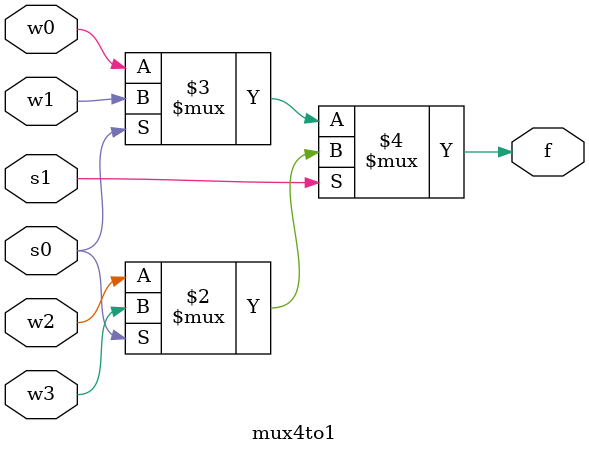
<source format=v>
module q2(w, s, f);
	input [15:0]w;
	input [3:0]s;
	output f;
	wire [3:0]m;
	mux4to1 stage0(w[0], w[1], w[2], w[3], s[0],s[1], m[0]);
	mux4to1 stage1(w[4], w[5], w[6], w[7], s[0], s[1], m[1]);
	mux4to1 stage2(w[8], w[9], w[10], w[11], s[0], s[1], m[2]);
	mux4to1 stage3(w[12], w[13], w[14], w[15], s[0], s[1], m[3]);
	mux4to1 stage4(m[0], m[1], m[2], m[3], s[2], s[3], f);
endmodule

module mux4to1(w0, w1, w2, w3, s0, s1, f);
	input w0, w1, w2, w3;
	input s0, s1;
	output f;
	reg f;
	always @(*)
	begin
	f = s1?(s0?w3:w2):(s0?w1:w0);
	end
endmodule
</source>
